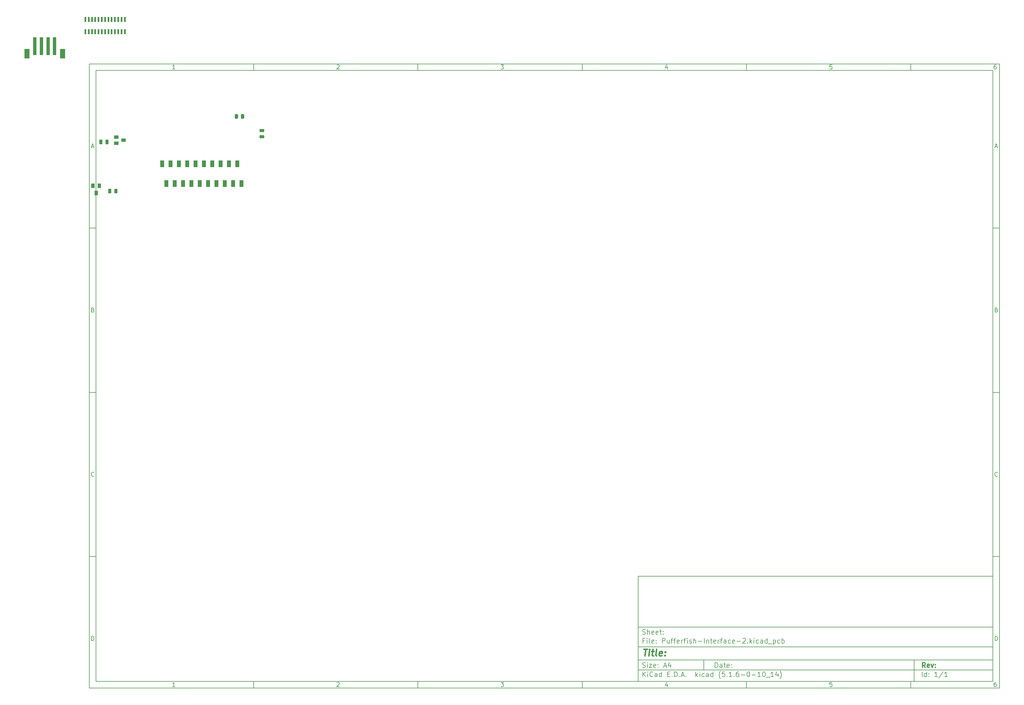
<source format=gbr>
G04 #@! TF.GenerationSoftware,KiCad,Pcbnew,(5.1.6-0-10_14)*
G04 #@! TF.CreationDate,2020-09-30T22:45:02-04:00*
G04 #@! TF.ProjectId,Pufferfish-Interface-2,50756666-6572-4666-9973-682d496e7465,rev?*
G04 #@! TF.SameCoordinates,Original*
G04 #@! TF.FileFunction,Paste,Bot*
G04 #@! TF.FilePolarity,Positive*
%FSLAX46Y46*%
G04 Gerber Fmt 4.6, Leading zero omitted, Abs format (unit mm)*
G04 Created by KiCad (PCBNEW (5.1.6-0-10_14)) date 2020-09-30 22:45:02*
%MOMM*%
%LPD*%
G01*
G04 APERTURE LIST*
%ADD10C,0.100000*%
%ADD11C,0.150000*%
%ADD12C,0.300000*%
%ADD13C,0.400000*%
%ADD14R,0.600000X1.650000*%
%ADD15R,1.193800X2.006600*%
%ADD16R,1.400000X1.000000*%
%ADD17R,1.000000X1.400000*%
%ADD18R,1.000000X5.500000*%
%ADD19R,1.600000X3.000000*%
G04 APERTURE END LIST*
D10*
D11*
X177002200Y-166007200D02*
X177002200Y-198007200D01*
X285002200Y-198007200D01*
X285002200Y-166007200D01*
X177002200Y-166007200D01*
D10*
D11*
X10000000Y-10000000D02*
X10000000Y-200007200D01*
X287002200Y-200007200D01*
X287002200Y-10000000D01*
X10000000Y-10000000D01*
D10*
D11*
X12000000Y-12000000D02*
X12000000Y-198007200D01*
X285002200Y-198007200D01*
X285002200Y-12000000D01*
X12000000Y-12000000D01*
D10*
D11*
X60000000Y-12000000D02*
X60000000Y-10000000D01*
D10*
D11*
X110000000Y-12000000D02*
X110000000Y-10000000D01*
D10*
D11*
X160000000Y-12000000D02*
X160000000Y-10000000D01*
D10*
D11*
X210000000Y-12000000D02*
X210000000Y-10000000D01*
D10*
D11*
X260000000Y-12000000D02*
X260000000Y-10000000D01*
D10*
D11*
X36065476Y-11588095D02*
X35322619Y-11588095D01*
X35694047Y-11588095D02*
X35694047Y-10288095D01*
X35570238Y-10473809D01*
X35446428Y-10597619D01*
X35322619Y-10659523D01*
D10*
D11*
X85322619Y-10411904D02*
X85384523Y-10350000D01*
X85508333Y-10288095D01*
X85817857Y-10288095D01*
X85941666Y-10350000D01*
X86003571Y-10411904D01*
X86065476Y-10535714D01*
X86065476Y-10659523D01*
X86003571Y-10845238D01*
X85260714Y-11588095D01*
X86065476Y-11588095D01*
D10*
D11*
X135260714Y-10288095D02*
X136065476Y-10288095D01*
X135632142Y-10783333D01*
X135817857Y-10783333D01*
X135941666Y-10845238D01*
X136003571Y-10907142D01*
X136065476Y-11030952D01*
X136065476Y-11340476D01*
X136003571Y-11464285D01*
X135941666Y-11526190D01*
X135817857Y-11588095D01*
X135446428Y-11588095D01*
X135322619Y-11526190D01*
X135260714Y-11464285D01*
D10*
D11*
X185941666Y-10721428D02*
X185941666Y-11588095D01*
X185632142Y-10226190D02*
X185322619Y-11154761D01*
X186127380Y-11154761D01*
D10*
D11*
X236003571Y-10288095D02*
X235384523Y-10288095D01*
X235322619Y-10907142D01*
X235384523Y-10845238D01*
X235508333Y-10783333D01*
X235817857Y-10783333D01*
X235941666Y-10845238D01*
X236003571Y-10907142D01*
X236065476Y-11030952D01*
X236065476Y-11340476D01*
X236003571Y-11464285D01*
X235941666Y-11526190D01*
X235817857Y-11588095D01*
X235508333Y-11588095D01*
X235384523Y-11526190D01*
X235322619Y-11464285D01*
D10*
D11*
X285941666Y-10288095D02*
X285694047Y-10288095D01*
X285570238Y-10350000D01*
X285508333Y-10411904D01*
X285384523Y-10597619D01*
X285322619Y-10845238D01*
X285322619Y-11340476D01*
X285384523Y-11464285D01*
X285446428Y-11526190D01*
X285570238Y-11588095D01*
X285817857Y-11588095D01*
X285941666Y-11526190D01*
X286003571Y-11464285D01*
X286065476Y-11340476D01*
X286065476Y-11030952D01*
X286003571Y-10907142D01*
X285941666Y-10845238D01*
X285817857Y-10783333D01*
X285570238Y-10783333D01*
X285446428Y-10845238D01*
X285384523Y-10907142D01*
X285322619Y-11030952D01*
D10*
D11*
X60000000Y-198007200D02*
X60000000Y-200007200D01*
D10*
D11*
X110000000Y-198007200D02*
X110000000Y-200007200D01*
D10*
D11*
X160000000Y-198007200D02*
X160000000Y-200007200D01*
D10*
D11*
X210000000Y-198007200D02*
X210000000Y-200007200D01*
D10*
D11*
X260000000Y-198007200D02*
X260000000Y-200007200D01*
D10*
D11*
X36065476Y-199595295D02*
X35322619Y-199595295D01*
X35694047Y-199595295D02*
X35694047Y-198295295D01*
X35570238Y-198481009D01*
X35446428Y-198604819D01*
X35322619Y-198666723D01*
D10*
D11*
X85322619Y-198419104D02*
X85384523Y-198357200D01*
X85508333Y-198295295D01*
X85817857Y-198295295D01*
X85941666Y-198357200D01*
X86003571Y-198419104D01*
X86065476Y-198542914D01*
X86065476Y-198666723D01*
X86003571Y-198852438D01*
X85260714Y-199595295D01*
X86065476Y-199595295D01*
D10*
D11*
X135260714Y-198295295D02*
X136065476Y-198295295D01*
X135632142Y-198790533D01*
X135817857Y-198790533D01*
X135941666Y-198852438D01*
X136003571Y-198914342D01*
X136065476Y-199038152D01*
X136065476Y-199347676D01*
X136003571Y-199471485D01*
X135941666Y-199533390D01*
X135817857Y-199595295D01*
X135446428Y-199595295D01*
X135322619Y-199533390D01*
X135260714Y-199471485D01*
D10*
D11*
X185941666Y-198728628D02*
X185941666Y-199595295D01*
X185632142Y-198233390D02*
X185322619Y-199161961D01*
X186127380Y-199161961D01*
D10*
D11*
X236003571Y-198295295D02*
X235384523Y-198295295D01*
X235322619Y-198914342D01*
X235384523Y-198852438D01*
X235508333Y-198790533D01*
X235817857Y-198790533D01*
X235941666Y-198852438D01*
X236003571Y-198914342D01*
X236065476Y-199038152D01*
X236065476Y-199347676D01*
X236003571Y-199471485D01*
X235941666Y-199533390D01*
X235817857Y-199595295D01*
X235508333Y-199595295D01*
X235384523Y-199533390D01*
X235322619Y-199471485D01*
D10*
D11*
X285941666Y-198295295D02*
X285694047Y-198295295D01*
X285570238Y-198357200D01*
X285508333Y-198419104D01*
X285384523Y-198604819D01*
X285322619Y-198852438D01*
X285322619Y-199347676D01*
X285384523Y-199471485D01*
X285446428Y-199533390D01*
X285570238Y-199595295D01*
X285817857Y-199595295D01*
X285941666Y-199533390D01*
X286003571Y-199471485D01*
X286065476Y-199347676D01*
X286065476Y-199038152D01*
X286003571Y-198914342D01*
X285941666Y-198852438D01*
X285817857Y-198790533D01*
X285570238Y-198790533D01*
X285446428Y-198852438D01*
X285384523Y-198914342D01*
X285322619Y-199038152D01*
D10*
D11*
X10000000Y-60000000D02*
X12000000Y-60000000D01*
D10*
D11*
X10000000Y-110000000D02*
X12000000Y-110000000D01*
D10*
D11*
X10000000Y-160000000D02*
X12000000Y-160000000D01*
D10*
D11*
X10690476Y-35216666D02*
X11309523Y-35216666D01*
X10566666Y-35588095D02*
X11000000Y-34288095D01*
X11433333Y-35588095D01*
D10*
D11*
X11092857Y-84907142D02*
X11278571Y-84969047D01*
X11340476Y-85030952D01*
X11402380Y-85154761D01*
X11402380Y-85340476D01*
X11340476Y-85464285D01*
X11278571Y-85526190D01*
X11154761Y-85588095D01*
X10659523Y-85588095D01*
X10659523Y-84288095D01*
X11092857Y-84288095D01*
X11216666Y-84350000D01*
X11278571Y-84411904D01*
X11340476Y-84535714D01*
X11340476Y-84659523D01*
X11278571Y-84783333D01*
X11216666Y-84845238D01*
X11092857Y-84907142D01*
X10659523Y-84907142D01*
D10*
D11*
X11402380Y-135464285D02*
X11340476Y-135526190D01*
X11154761Y-135588095D01*
X11030952Y-135588095D01*
X10845238Y-135526190D01*
X10721428Y-135402380D01*
X10659523Y-135278571D01*
X10597619Y-135030952D01*
X10597619Y-134845238D01*
X10659523Y-134597619D01*
X10721428Y-134473809D01*
X10845238Y-134350000D01*
X11030952Y-134288095D01*
X11154761Y-134288095D01*
X11340476Y-134350000D01*
X11402380Y-134411904D01*
D10*
D11*
X10659523Y-185588095D02*
X10659523Y-184288095D01*
X10969047Y-184288095D01*
X11154761Y-184350000D01*
X11278571Y-184473809D01*
X11340476Y-184597619D01*
X11402380Y-184845238D01*
X11402380Y-185030952D01*
X11340476Y-185278571D01*
X11278571Y-185402380D01*
X11154761Y-185526190D01*
X10969047Y-185588095D01*
X10659523Y-185588095D01*
D10*
D11*
X287002200Y-60000000D02*
X285002200Y-60000000D01*
D10*
D11*
X287002200Y-110000000D02*
X285002200Y-110000000D01*
D10*
D11*
X287002200Y-160000000D02*
X285002200Y-160000000D01*
D10*
D11*
X285692676Y-35216666D02*
X286311723Y-35216666D01*
X285568866Y-35588095D02*
X286002200Y-34288095D01*
X286435533Y-35588095D01*
D10*
D11*
X286095057Y-84907142D02*
X286280771Y-84969047D01*
X286342676Y-85030952D01*
X286404580Y-85154761D01*
X286404580Y-85340476D01*
X286342676Y-85464285D01*
X286280771Y-85526190D01*
X286156961Y-85588095D01*
X285661723Y-85588095D01*
X285661723Y-84288095D01*
X286095057Y-84288095D01*
X286218866Y-84350000D01*
X286280771Y-84411904D01*
X286342676Y-84535714D01*
X286342676Y-84659523D01*
X286280771Y-84783333D01*
X286218866Y-84845238D01*
X286095057Y-84907142D01*
X285661723Y-84907142D01*
D10*
D11*
X286404580Y-135464285D02*
X286342676Y-135526190D01*
X286156961Y-135588095D01*
X286033152Y-135588095D01*
X285847438Y-135526190D01*
X285723628Y-135402380D01*
X285661723Y-135278571D01*
X285599819Y-135030952D01*
X285599819Y-134845238D01*
X285661723Y-134597619D01*
X285723628Y-134473809D01*
X285847438Y-134350000D01*
X286033152Y-134288095D01*
X286156961Y-134288095D01*
X286342676Y-134350000D01*
X286404580Y-134411904D01*
D10*
D11*
X285661723Y-185588095D02*
X285661723Y-184288095D01*
X285971247Y-184288095D01*
X286156961Y-184350000D01*
X286280771Y-184473809D01*
X286342676Y-184597619D01*
X286404580Y-184845238D01*
X286404580Y-185030952D01*
X286342676Y-185278571D01*
X286280771Y-185402380D01*
X286156961Y-185526190D01*
X285971247Y-185588095D01*
X285661723Y-185588095D01*
D10*
D11*
X200434342Y-193785771D02*
X200434342Y-192285771D01*
X200791485Y-192285771D01*
X201005771Y-192357200D01*
X201148628Y-192500057D01*
X201220057Y-192642914D01*
X201291485Y-192928628D01*
X201291485Y-193142914D01*
X201220057Y-193428628D01*
X201148628Y-193571485D01*
X201005771Y-193714342D01*
X200791485Y-193785771D01*
X200434342Y-193785771D01*
X202577200Y-193785771D02*
X202577200Y-193000057D01*
X202505771Y-192857200D01*
X202362914Y-192785771D01*
X202077200Y-192785771D01*
X201934342Y-192857200D01*
X202577200Y-193714342D02*
X202434342Y-193785771D01*
X202077200Y-193785771D01*
X201934342Y-193714342D01*
X201862914Y-193571485D01*
X201862914Y-193428628D01*
X201934342Y-193285771D01*
X202077200Y-193214342D01*
X202434342Y-193214342D01*
X202577200Y-193142914D01*
X203077200Y-192785771D02*
X203648628Y-192785771D01*
X203291485Y-192285771D02*
X203291485Y-193571485D01*
X203362914Y-193714342D01*
X203505771Y-193785771D01*
X203648628Y-193785771D01*
X204720057Y-193714342D02*
X204577200Y-193785771D01*
X204291485Y-193785771D01*
X204148628Y-193714342D01*
X204077200Y-193571485D01*
X204077200Y-193000057D01*
X204148628Y-192857200D01*
X204291485Y-192785771D01*
X204577200Y-192785771D01*
X204720057Y-192857200D01*
X204791485Y-193000057D01*
X204791485Y-193142914D01*
X204077200Y-193285771D01*
X205434342Y-193642914D02*
X205505771Y-193714342D01*
X205434342Y-193785771D01*
X205362914Y-193714342D01*
X205434342Y-193642914D01*
X205434342Y-193785771D01*
X205434342Y-192857200D02*
X205505771Y-192928628D01*
X205434342Y-193000057D01*
X205362914Y-192928628D01*
X205434342Y-192857200D01*
X205434342Y-193000057D01*
D10*
D11*
X177002200Y-194507200D02*
X285002200Y-194507200D01*
D10*
D11*
X178434342Y-196585771D02*
X178434342Y-195085771D01*
X179291485Y-196585771D02*
X178648628Y-195728628D01*
X179291485Y-195085771D02*
X178434342Y-195942914D01*
X179934342Y-196585771D02*
X179934342Y-195585771D01*
X179934342Y-195085771D02*
X179862914Y-195157200D01*
X179934342Y-195228628D01*
X180005771Y-195157200D01*
X179934342Y-195085771D01*
X179934342Y-195228628D01*
X181505771Y-196442914D02*
X181434342Y-196514342D01*
X181220057Y-196585771D01*
X181077200Y-196585771D01*
X180862914Y-196514342D01*
X180720057Y-196371485D01*
X180648628Y-196228628D01*
X180577200Y-195942914D01*
X180577200Y-195728628D01*
X180648628Y-195442914D01*
X180720057Y-195300057D01*
X180862914Y-195157200D01*
X181077200Y-195085771D01*
X181220057Y-195085771D01*
X181434342Y-195157200D01*
X181505771Y-195228628D01*
X182791485Y-196585771D02*
X182791485Y-195800057D01*
X182720057Y-195657200D01*
X182577200Y-195585771D01*
X182291485Y-195585771D01*
X182148628Y-195657200D01*
X182791485Y-196514342D02*
X182648628Y-196585771D01*
X182291485Y-196585771D01*
X182148628Y-196514342D01*
X182077200Y-196371485D01*
X182077200Y-196228628D01*
X182148628Y-196085771D01*
X182291485Y-196014342D01*
X182648628Y-196014342D01*
X182791485Y-195942914D01*
X184148628Y-196585771D02*
X184148628Y-195085771D01*
X184148628Y-196514342D02*
X184005771Y-196585771D01*
X183720057Y-196585771D01*
X183577200Y-196514342D01*
X183505771Y-196442914D01*
X183434342Y-196300057D01*
X183434342Y-195871485D01*
X183505771Y-195728628D01*
X183577200Y-195657200D01*
X183720057Y-195585771D01*
X184005771Y-195585771D01*
X184148628Y-195657200D01*
X186005771Y-195800057D02*
X186505771Y-195800057D01*
X186720057Y-196585771D02*
X186005771Y-196585771D01*
X186005771Y-195085771D01*
X186720057Y-195085771D01*
X187362914Y-196442914D02*
X187434342Y-196514342D01*
X187362914Y-196585771D01*
X187291485Y-196514342D01*
X187362914Y-196442914D01*
X187362914Y-196585771D01*
X188077200Y-196585771D02*
X188077200Y-195085771D01*
X188434342Y-195085771D01*
X188648628Y-195157200D01*
X188791485Y-195300057D01*
X188862914Y-195442914D01*
X188934342Y-195728628D01*
X188934342Y-195942914D01*
X188862914Y-196228628D01*
X188791485Y-196371485D01*
X188648628Y-196514342D01*
X188434342Y-196585771D01*
X188077200Y-196585771D01*
X189577200Y-196442914D02*
X189648628Y-196514342D01*
X189577200Y-196585771D01*
X189505771Y-196514342D01*
X189577200Y-196442914D01*
X189577200Y-196585771D01*
X190220057Y-196157200D02*
X190934342Y-196157200D01*
X190077200Y-196585771D02*
X190577200Y-195085771D01*
X191077200Y-196585771D01*
X191577200Y-196442914D02*
X191648628Y-196514342D01*
X191577200Y-196585771D01*
X191505771Y-196514342D01*
X191577200Y-196442914D01*
X191577200Y-196585771D01*
X194577200Y-196585771D02*
X194577200Y-195085771D01*
X194720057Y-196014342D02*
X195148628Y-196585771D01*
X195148628Y-195585771D02*
X194577200Y-196157200D01*
X195791485Y-196585771D02*
X195791485Y-195585771D01*
X195791485Y-195085771D02*
X195720057Y-195157200D01*
X195791485Y-195228628D01*
X195862914Y-195157200D01*
X195791485Y-195085771D01*
X195791485Y-195228628D01*
X197148628Y-196514342D02*
X197005771Y-196585771D01*
X196720057Y-196585771D01*
X196577200Y-196514342D01*
X196505771Y-196442914D01*
X196434342Y-196300057D01*
X196434342Y-195871485D01*
X196505771Y-195728628D01*
X196577200Y-195657200D01*
X196720057Y-195585771D01*
X197005771Y-195585771D01*
X197148628Y-195657200D01*
X198434342Y-196585771D02*
X198434342Y-195800057D01*
X198362914Y-195657200D01*
X198220057Y-195585771D01*
X197934342Y-195585771D01*
X197791485Y-195657200D01*
X198434342Y-196514342D02*
X198291485Y-196585771D01*
X197934342Y-196585771D01*
X197791485Y-196514342D01*
X197720057Y-196371485D01*
X197720057Y-196228628D01*
X197791485Y-196085771D01*
X197934342Y-196014342D01*
X198291485Y-196014342D01*
X198434342Y-195942914D01*
X199791485Y-196585771D02*
X199791485Y-195085771D01*
X199791485Y-196514342D02*
X199648628Y-196585771D01*
X199362914Y-196585771D01*
X199220057Y-196514342D01*
X199148628Y-196442914D01*
X199077200Y-196300057D01*
X199077200Y-195871485D01*
X199148628Y-195728628D01*
X199220057Y-195657200D01*
X199362914Y-195585771D01*
X199648628Y-195585771D01*
X199791485Y-195657200D01*
X202077200Y-197157200D02*
X202005771Y-197085771D01*
X201862914Y-196871485D01*
X201791485Y-196728628D01*
X201720057Y-196514342D01*
X201648628Y-196157200D01*
X201648628Y-195871485D01*
X201720057Y-195514342D01*
X201791485Y-195300057D01*
X201862914Y-195157200D01*
X202005771Y-194942914D01*
X202077200Y-194871485D01*
X203362914Y-195085771D02*
X202648628Y-195085771D01*
X202577200Y-195800057D01*
X202648628Y-195728628D01*
X202791485Y-195657200D01*
X203148628Y-195657200D01*
X203291485Y-195728628D01*
X203362914Y-195800057D01*
X203434342Y-195942914D01*
X203434342Y-196300057D01*
X203362914Y-196442914D01*
X203291485Y-196514342D01*
X203148628Y-196585771D01*
X202791485Y-196585771D01*
X202648628Y-196514342D01*
X202577200Y-196442914D01*
X204077200Y-196442914D02*
X204148628Y-196514342D01*
X204077200Y-196585771D01*
X204005771Y-196514342D01*
X204077200Y-196442914D01*
X204077200Y-196585771D01*
X205577200Y-196585771D02*
X204720057Y-196585771D01*
X205148628Y-196585771D02*
X205148628Y-195085771D01*
X205005771Y-195300057D01*
X204862914Y-195442914D01*
X204720057Y-195514342D01*
X206220057Y-196442914D02*
X206291485Y-196514342D01*
X206220057Y-196585771D01*
X206148628Y-196514342D01*
X206220057Y-196442914D01*
X206220057Y-196585771D01*
X207577200Y-195085771D02*
X207291485Y-195085771D01*
X207148628Y-195157200D01*
X207077200Y-195228628D01*
X206934342Y-195442914D01*
X206862914Y-195728628D01*
X206862914Y-196300057D01*
X206934342Y-196442914D01*
X207005771Y-196514342D01*
X207148628Y-196585771D01*
X207434342Y-196585771D01*
X207577200Y-196514342D01*
X207648628Y-196442914D01*
X207720057Y-196300057D01*
X207720057Y-195942914D01*
X207648628Y-195800057D01*
X207577200Y-195728628D01*
X207434342Y-195657200D01*
X207148628Y-195657200D01*
X207005771Y-195728628D01*
X206934342Y-195800057D01*
X206862914Y-195942914D01*
X208362914Y-196014342D02*
X209505771Y-196014342D01*
X210505771Y-195085771D02*
X210648628Y-195085771D01*
X210791485Y-195157200D01*
X210862914Y-195228628D01*
X210934342Y-195371485D01*
X211005771Y-195657200D01*
X211005771Y-196014342D01*
X210934342Y-196300057D01*
X210862914Y-196442914D01*
X210791485Y-196514342D01*
X210648628Y-196585771D01*
X210505771Y-196585771D01*
X210362914Y-196514342D01*
X210291485Y-196442914D01*
X210220057Y-196300057D01*
X210148628Y-196014342D01*
X210148628Y-195657200D01*
X210220057Y-195371485D01*
X210291485Y-195228628D01*
X210362914Y-195157200D01*
X210505771Y-195085771D01*
X211648628Y-196014342D02*
X212791485Y-196014342D01*
X214291485Y-196585771D02*
X213434342Y-196585771D01*
X213862914Y-196585771D02*
X213862914Y-195085771D01*
X213720057Y-195300057D01*
X213577200Y-195442914D01*
X213434342Y-195514342D01*
X215220057Y-195085771D02*
X215362914Y-195085771D01*
X215505771Y-195157200D01*
X215577200Y-195228628D01*
X215648628Y-195371485D01*
X215720057Y-195657200D01*
X215720057Y-196014342D01*
X215648628Y-196300057D01*
X215577200Y-196442914D01*
X215505771Y-196514342D01*
X215362914Y-196585771D01*
X215220057Y-196585771D01*
X215077200Y-196514342D01*
X215005771Y-196442914D01*
X214934342Y-196300057D01*
X214862914Y-196014342D01*
X214862914Y-195657200D01*
X214934342Y-195371485D01*
X215005771Y-195228628D01*
X215077200Y-195157200D01*
X215220057Y-195085771D01*
X216005771Y-196728628D02*
X217148628Y-196728628D01*
X218291485Y-196585771D02*
X217434342Y-196585771D01*
X217862914Y-196585771D02*
X217862914Y-195085771D01*
X217720057Y-195300057D01*
X217577200Y-195442914D01*
X217434342Y-195514342D01*
X219577200Y-195585771D02*
X219577200Y-196585771D01*
X219220057Y-195014342D02*
X218862914Y-196085771D01*
X219791485Y-196085771D01*
X220220057Y-197157200D02*
X220291485Y-197085771D01*
X220434342Y-196871485D01*
X220505771Y-196728628D01*
X220577200Y-196514342D01*
X220648628Y-196157200D01*
X220648628Y-195871485D01*
X220577200Y-195514342D01*
X220505771Y-195300057D01*
X220434342Y-195157200D01*
X220291485Y-194942914D01*
X220220057Y-194871485D01*
D10*
D11*
X177002200Y-191507200D02*
X285002200Y-191507200D01*
D10*
D12*
X264411485Y-193785771D02*
X263911485Y-193071485D01*
X263554342Y-193785771D02*
X263554342Y-192285771D01*
X264125771Y-192285771D01*
X264268628Y-192357200D01*
X264340057Y-192428628D01*
X264411485Y-192571485D01*
X264411485Y-192785771D01*
X264340057Y-192928628D01*
X264268628Y-193000057D01*
X264125771Y-193071485D01*
X263554342Y-193071485D01*
X265625771Y-193714342D02*
X265482914Y-193785771D01*
X265197200Y-193785771D01*
X265054342Y-193714342D01*
X264982914Y-193571485D01*
X264982914Y-193000057D01*
X265054342Y-192857200D01*
X265197200Y-192785771D01*
X265482914Y-192785771D01*
X265625771Y-192857200D01*
X265697200Y-193000057D01*
X265697200Y-193142914D01*
X264982914Y-193285771D01*
X266197200Y-192785771D02*
X266554342Y-193785771D01*
X266911485Y-192785771D01*
X267482914Y-193642914D02*
X267554342Y-193714342D01*
X267482914Y-193785771D01*
X267411485Y-193714342D01*
X267482914Y-193642914D01*
X267482914Y-193785771D01*
X267482914Y-192857200D02*
X267554342Y-192928628D01*
X267482914Y-193000057D01*
X267411485Y-192928628D01*
X267482914Y-192857200D01*
X267482914Y-193000057D01*
D10*
D11*
X178362914Y-193714342D02*
X178577200Y-193785771D01*
X178934342Y-193785771D01*
X179077200Y-193714342D01*
X179148628Y-193642914D01*
X179220057Y-193500057D01*
X179220057Y-193357200D01*
X179148628Y-193214342D01*
X179077200Y-193142914D01*
X178934342Y-193071485D01*
X178648628Y-193000057D01*
X178505771Y-192928628D01*
X178434342Y-192857200D01*
X178362914Y-192714342D01*
X178362914Y-192571485D01*
X178434342Y-192428628D01*
X178505771Y-192357200D01*
X178648628Y-192285771D01*
X179005771Y-192285771D01*
X179220057Y-192357200D01*
X179862914Y-193785771D02*
X179862914Y-192785771D01*
X179862914Y-192285771D02*
X179791485Y-192357200D01*
X179862914Y-192428628D01*
X179934342Y-192357200D01*
X179862914Y-192285771D01*
X179862914Y-192428628D01*
X180434342Y-192785771D02*
X181220057Y-192785771D01*
X180434342Y-193785771D01*
X181220057Y-193785771D01*
X182362914Y-193714342D02*
X182220057Y-193785771D01*
X181934342Y-193785771D01*
X181791485Y-193714342D01*
X181720057Y-193571485D01*
X181720057Y-193000057D01*
X181791485Y-192857200D01*
X181934342Y-192785771D01*
X182220057Y-192785771D01*
X182362914Y-192857200D01*
X182434342Y-193000057D01*
X182434342Y-193142914D01*
X181720057Y-193285771D01*
X183077200Y-193642914D02*
X183148628Y-193714342D01*
X183077200Y-193785771D01*
X183005771Y-193714342D01*
X183077200Y-193642914D01*
X183077200Y-193785771D01*
X183077200Y-192857200D02*
X183148628Y-192928628D01*
X183077200Y-193000057D01*
X183005771Y-192928628D01*
X183077200Y-192857200D01*
X183077200Y-193000057D01*
X184862914Y-193357200D02*
X185577200Y-193357200D01*
X184720057Y-193785771D02*
X185220057Y-192285771D01*
X185720057Y-193785771D01*
X186862914Y-192785771D02*
X186862914Y-193785771D01*
X186505771Y-192214342D02*
X186148628Y-193285771D01*
X187077200Y-193285771D01*
D10*
D11*
X263434342Y-196585771D02*
X263434342Y-195085771D01*
X264791485Y-196585771D02*
X264791485Y-195085771D01*
X264791485Y-196514342D02*
X264648628Y-196585771D01*
X264362914Y-196585771D01*
X264220057Y-196514342D01*
X264148628Y-196442914D01*
X264077200Y-196300057D01*
X264077200Y-195871485D01*
X264148628Y-195728628D01*
X264220057Y-195657200D01*
X264362914Y-195585771D01*
X264648628Y-195585771D01*
X264791485Y-195657200D01*
X265505771Y-196442914D02*
X265577200Y-196514342D01*
X265505771Y-196585771D01*
X265434342Y-196514342D01*
X265505771Y-196442914D01*
X265505771Y-196585771D01*
X265505771Y-195657200D02*
X265577200Y-195728628D01*
X265505771Y-195800057D01*
X265434342Y-195728628D01*
X265505771Y-195657200D01*
X265505771Y-195800057D01*
X268148628Y-196585771D02*
X267291485Y-196585771D01*
X267720057Y-196585771D02*
X267720057Y-195085771D01*
X267577200Y-195300057D01*
X267434342Y-195442914D01*
X267291485Y-195514342D01*
X269862914Y-195014342D02*
X268577200Y-196942914D01*
X271148628Y-196585771D02*
X270291485Y-196585771D01*
X270720057Y-196585771D02*
X270720057Y-195085771D01*
X270577200Y-195300057D01*
X270434342Y-195442914D01*
X270291485Y-195514342D01*
D10*
D11*
X177002200Y-187507200D02*
X285002200Y-187507200D01*
D10*
D13*
X178714580Y-188211961D02*
X179857438Y-188211961D01*
X179036009Y-190211961D02*
X179286009Y-188211961D01*
X180274104Y-190211961D02*
X180440771Y-188878628D01*
X180524104Y-188211961D02*
X180416961Y-188307200D01*
X180500295Y-188402438D01*
X180607438Y-188307200D01*
X180524104Y-188211961D01*
X180500295Y-188402438D01*
X181107438Y-188878628D02*
X181869342Y-188878628D01*
X181476485Y-188211961D02*
X181262200Y-189926247D01*
X181333628Y-190116723D01*
X181512200Y-190211961D01*
X181702676Y-190211961D01*
X182655057Y-190211961D02*
X182476485Y-190116723D01*
X182405057Y-189926247D01*
X182619342Y-188211961D01*
X184190771Y-190116723D02*
X183988390Y-190211961D01*
X183607438Y-190211961D01*
X183428866Y-190116723D01*
X183357438Y-189926247D01*
X183452676Y-189164342D01*
X183571723Y-188973866D01*
X183774104Y-188878628D01*
X184155057Y-188878628D01*
X184333628Y-188973866D01*
X184405057Y-189164342D01*
X184381247Y-189354819D01*
X183405057Y-189545295D01*
X185155057Y-190021485D02*
X185238390Y-190116723D01*
X185131247Y-190211961D01*
X185047914Y-190116723D01*
X185155057Y-190021485D01*
X185131247Y-190211961D01*
X185286009Y-188973866D02*
X185369342Y-189069104D01*
X185262200Y-189164342D01*
X185178866Y-189069104D01*
X185286009Y-188973866D01*
X185262200Y-189164342D01*
D10*
D11*
X178934342Y-185600057D02*
X178434342Y-185600057D01*
X178434342Y-186385771D02*
X178434342Y-184885771D01*
X179148628Y-184885771D01*
X179720057Y-186385771D02*
X179720057Y-185385771D01*
X179720057Y-184885771D02*
X179648628Y-184957200D01*
X179720057Y-185028628D01*
X179791485Y-184957200D01*
X179720057Y-184885771D01*
X179720057Y-185028628D01*
X180648628Y-186385771D02*
X180505771Y-186314342D01*
X180434342Y-186171485D01*
X180434342Y-184885771D01*
X181791485Y-186314342D02*
X181648628Y-186385771D01*
X181362914Y-186385771D01*
X181220057Y-186314342D01*
X181148628Y-186171485D01*
X181148628Y-185600057D01*
X181220057Y-185457200D01*
X181362914Y-185385771D01*
X181648628Y-185385771D01*
X181791485Y-185457200D01*
X181862914Y-185600057D01*
X181862914Y-185742914D01*
X181148628Y-185885771D01*
X182505771Y-186242914D02*
X182577200Y-186314342D01*
X182505771Y-186385771D01*
X182434342Y-186314342D01*
X182505771Y-186242914D01*
X182505771Y-186385771D01*
X182505771Y-185457200D02*
X182577200Y-185528628D01*
X182505771Y-185600057D01*
X182434342Y-185528628D01*
X182505771Y-185457200D01*
X182505771Y-185600057D01*
X184362914Y-186385771D02*
X184362914Y-184885771D01*
X184934342Y-184885771D01*
X185077200Y-184957200D01*
X185148628Y-185028628D01*
X185220057Y-185171485D01*
X185220057Y-185385771D01*
X185148628Y-185528628D01*
X185077200Y-185600057D01*
X184934342Y-185671485D01*
X184362914Y-185671485D01*
X186505771Y-185385771D02*
X186505771Y-186385771D01*
X185862914Y-185385771D02*
X185862914Y-186171485D01*
X185934342Y-186314342D01*
X186077200Y-186385771D01*
X186291485Y-186385771D01*
X186434342Y-186314342D01*
X186505771Y-186242914D01*
X187005771Y-185385771D02*
X187577200Y-185385771D01*
X187220057Y-186385771D02*
X187220057Y-185100057D01*
X187291485Y-184957200D01*
X187434342Y-184885771D01*
X187577200Y-184885771D01*
X187862914Y-185385771D02*
X188434342Y-185385771D01*
X188077200Y-186385771D02*
X188077200Y-185100057D01*
X188148628Y-184957200D01*
X188291485Y-184885771D01*
X188434342Y-184885771D01*
X189505771Y-186314342D02*
X189362914Y-186385771D01*
X189077200Y-186385771D01*
X188934342Y-186314342D01*
X188862914Y-186171485D01*
X188862914Y-185600057D01*
X188934342Y-185457200D01*
X189077200Y-185385771D01*
X189362914Y-185385771D01*
X189505771Y-185457200D01*
X189577200Y-185600057D01*
X189577200Y-185742914D01*
X188862914Y-185885771D01*
X190220057Y-186385771D02*
X190220057Y-185385771D01*
X190220057Y-185671485D02*
X190291485Y-185528628D01*
X190362914Y-185457200D01*
X190505771Y-185385771D01*
X190648628Y-185385771D01*
X190934342Y-185385771D02*
X191505771Y-185385771D01*
X191148628Y-186385771D02*
X191148628Y-185100057D01*
X191220057Y-184957200D01*
X191362914Y-184885771D01*
X191505771Y-184885771D01*
X192005771Y-186385771D02*
X192005771Y-185385771D01*
X192005771Y-184885771D02*
X191934342Y-184957200D01*
X192005771Y-185028628D01*
X192077200Y-184957200D01*
X192005771Y-184885771D01*
X192005771Y-185028628D01*
X192648628Y-186314342D02*
X192791485Y-186385771D01*
X193077200Y-186385771D01*
X193220057Y-186314342D01*
X193291485Y-186171485D01*
X193291485Y-186100057D01*
X193220057Y-185957200D01*
X193077200Y-185885771D01*
X192862914Y-185885771D01*
X192720057Y-185814342D01*
X192648628Y-185671485D01*
X192648628Y-185600057D01*
X192720057Y-185457200D01*
X192862914Y-185385771D01*
X193077200Y-185385771D01*
X193220057Y-185457200D01*
X193934342Y-186385771D02*
X193934342Y-184885771D01*
X194577200Y-186385771D02*
X194577200Y-185600057D01*
X194505771Y-185457200D01*
X194362914Y-185385771D01*
X194148628Y-185385771D01*
X194005771Y-185457200D01*
X193934342Y-185528628D01*
X195291485Y-185814342D02*
X196434342Y-185814342D01*
X197148628Y-186385771D02*
X197148628Y-184885771D01*
X197862914Y-185385771D02*
X197862914Y-186385771D01*
X197862914Y-185528628D02*
X197934342Y-185457200D01*
X198077200Y-185385771D01*
X198291485Y-185385771D01*
X198434342Y-185457200D01*
X198505771Y-185600057D01*
X198505771Y-186385771D01*
X199005771Y-185385771D02*
X199577200Y-185385771D01*
X199220057Y-184885771D02*
X199220057Y-186171485D01*
X199291485Y-186314342D01*
X199434342Y-186385771D01*
X199577200Y-186385771D01*
X200648628Y-186314342D02*
X200505771Y-186385771D01*
X200220057Y-186385771D01*
X200077200Y-186314342D01*
X200005771Y-186171485D01*
X200005771Y-185600057D01*
X200077200Y-185457200D01*
X200220057Y-185385771D01*
X200505771Y-185385771D01*
X200648628Y-185457200D01*
X200720057Y-185600057D01*
X200720057Y-185742914D01*
X200005771Y-185885771D01*
X201362914Y-186385771D02*
X201362914Y-185385771D01*
X201362914Y-185671485D02*
X201434342Y-185528628D01*
X201505771Y-185457200D01*
X201648628Y-185385771D01*
X201791485Y-185385771D01*
X202077200Y-185385771D02*
X202648628Y-185385771D01*
X202291485Y-186385771D02*
X202291485Y-185100057D01*
X202362914Y-184957200D01*
X202505771Y-184885771D01*
X202648628Y-184885771D01*
X203791485Y-186385771D02*
X203791485Y-185600057D01*
X203720057Y-185457200D01*
X203577200Y-185385771D01*
X203291485Y-185385771D01*
X203148628Y-185457200D01*
X203791485Y-186314342D02*
X203648628Y-186385771D01*
X203291485Y-186385771D01*
X203148628Y-186314342D01*
X203077200Y-186171485D01*
X203077200Y-186028628D01*
X203148628Y-185885771D01*
X203291485Y-185814342D01*
X203648628Y-185814342D01*
X203791485Y-185742914D01*
X205148628Y-186314342D02*
X205005771Y-186385771D01*
X204720057Y-186385771D01*
X204577200Y-186314342D01*
X204505771Y-186242914D01*
X204434342Y-186100057D01*
X204434342Y-185671485D01*
X204505771Y-185528628D01*
X204577200Y-185457200D01*
X204720057Y-185385771D01*
X205005771Y-185385771D01*
X205148628Y-185457200D01*
X206362914Y-186314342D02*
X206220057Y-186385771D01*
X205934342Y-186385771D01*
X205791485Y-186314342D01*
X205720057Y-186171485D01*
X205720057Y-185600057D01*
X205791485Y-185457200D01*
X205934342Y-185385771D01*
X206220057Y-185385771D01*
X206362914Y-185457200D01*
X206434342Y-185600057D01*
X206434342Y-185742914D01*
X205720057Y-185885771D01*
X207077200Y-185814342D02*
X208220057Y-185814342D01*
X208862914Y-185028628D02*
X208934342Y-184957200D01*
X209077200Y-184885771D01*
X209434342Y-184885771D01*
X209577200Y-184957200D01*
X209648628Y-185028628D01*
X209720057Y-185171485D01*
X209720057Y-185314342D01*
X209648628Y-185528628D01*
X208791485Y-186385771D01*
X209720057Y-186385771D01*
X210362914Y-186242914D02*
X210434342Y-186314342D01*
X210362914Y-186385771D01*
X210291485Y-186314342D01*
X210362914Y-186242914D01*
X210362914Y-186385771D01*
X211077200Y-186385771D02*
X211077200Y-184885771D01*
X211220057Y-185814342D02*
X211648628Y-186385771D01*
X211648628Y-185385771D02*
X211077200Y-185957200D01*
X212291485Y-186385771D02*
X212291485Y-185385771D01*
X212291485Y-184885771D02*
X212220057Y-184957200D01*
X212291485Y-185028628D01*
X212362914Y-184957200D01*
X212291485Y-184885771D01*
X212291485Y-185028628D01*
X213648628Y-186314342D02*
X213505771Y-186385771D01*
X213220057Y-186385771D01*
X213077200Y-186314342D01*
X213005771Y-186242914D01*
X212934342Y-186100057D01*
X212934342Y-185671485D01*
X213005771Y-185528628D01*
X213077200Y-185457200D01*
X213220057Y-185385771D01*
X213505771Y-185385771D01*
X213648628Y-185457200D01*
X214934342Y-186385771D02*
X214934342Y-185600057D01*
X214862914Y-185457200D01*
X214720057Y-185385771D01*
X214434342Y-185385771D01*
X214291485Y-185457200D01*
X214934342Y-186314342D02*
X214791485Y-186385771D01*
X214434342Y-186385771D01*
X214291485Y-186314342D01*
X214220057Y-186171485D01*
X214220057Y-186028628D01*
X214291485Y-185885771D01*
X214434342Y-185814342D01*
X214791485Y-185814342D01*
X214934342Y-185742914D01*
X216291485Y-186385771D02*
X216291485Y-184885771D01*
X216291485Y-186314342D02*
X216148628Y-186385771D01*
X215862914Y-186385771D01*
X215720057Y-186314342D01*
X215648628Y-186242914D01*
X215577200Y-186100057D01*
X215577200Y-185671485D01*
X215648628Y-185528628D01*
X215720057Y-185457200D01*
X215862914Y-185385771D01*
X216148628Y-185385771D01*
X216291485Y-185457200D01*
X216648628Y-186528628D02*
X217791485Y-186528628D01*
X218148628Y-185385771D02*
X218148628Y-186885771D01*
X218148628Y-185457200D02*
X218291485Y-185385771D01*
X218577200Y-185385771D01*
X218720057Y-185457200D01*
X218791485Y-185528628D01*
X218862914Y-185671485D01*
X218862914Y-186100057D01*
X218791485Y-186242914D01*
X218720057Y-186314342D01*
X218577200Y-186385771D01*
X218291485Y-186385771D01*
X218148628Y-186314342D01*
X220148628Y-186314342D02*
X220005771Y-186385771D01*
X219720057Y-186385771D01*
X219577200Y-186314342D01*
X219505771Y-186242914D01*
X219434342Y-186100057D01*
X219434342Y-185671485D01*
X219505771Y-185528628D01*
X219577200Y-185457200D01*
X219720057Y-185385771D01*
X220005771Y-185385771D01*
X220148628Y-185457200D01*
X220791485Y-186385771D02*
X220791485Y-184885771D01*
X220791485Y-185457200D02*
X220934342Y-185385771D01*
X221220057Y-185385771D01*
X221362914Y-185457200D01*
X221434342Y-185528628D01*
X221505771Y-185671485D01*
X221505771Y-186100057D01*
X221434342Y-186242914D01*
X221362914Y-186314342D01*
X221220057Y-186385771D01*
X220934342Y-186385771D01*
X220791485Y-186314342D01*
D10*
D11*
X177002200Y-181507200D02*
X285002200Y-181507200D01*
D10*
D11*
X178362914Y-183614342D02*
X178577200Y-183685771D01*
X178934342Y-183685771D01*
X179077200Y-183614342D01*
X179148628Y-183542914D01*
X179220057Y-183400057D01*
X179220057Y-183257200D01*
X179148628Y-183114342D01*
X179077200Y-183042914D01*
X178934342Y-182971485D01*
X178648628Y-182900057D01*
X178505771Y-182828628D01*
X178434342Y-182757200D01*
X178362914Y-182614342D01*
X178362914Y-182471485D01*
X178434342Y-182328628D01*
X178505771Y-182257200D01*
X178648628Y-182185771D01*
X179005771Y-182185771D01*
X179220057Y-182257200D01*
X179862914Y-183685771D02*
X179862914Y-182185771D01*
X180505771Y-183685771D02*
X180505771Y-182900057D01*
X180434342Y-182757200D01*
X180291485Y-182685771D01*
X180077200Y-182685771D01*
X179934342Y-182757200D01*
X179862914Y-182828628D01*
X181791485Y-183614342D02*
X181648628Y-183685771D01*
X181362914Y-183685771D01*
X181220057Y-183614342D01*
X181148628Y-183471485D01*
X181148628Y-182900057D01*
X181220057Y-182757200D01*
X181362914Y-182685771D01*
X181648628Y-182685771D01*
X181791485Y-182757200D01*
X181862914Y-182900057D01*
X181862914Y-183042914D01*
X181148628Y-183185771D01*
X183077200Y-183614342D02*
X182934342Y-183685771D01*
X182648628Y-183685771D01*
X182505771Y-183614342D01*
X182434342Y-183471485D01*
X182434342Y-182900057D01*
X182505771Y-182757200D01*
X182648628Y-182685771D01*
X182934342Y-182685771D01*
X183077200Y-182757200D01*
X183148628Y-182900057D01*
X183148628Y-183042914D01*
X182434342Y-183185771D01*
X183577200Y-182685771D02*
X184148628Y-182685771D01*
X183791485Y-182185771D02*
X183791485Y-183471485D01*
X183862914Y-183614342D01*
X184005771Y-183685771D01*
X184148628Y-183685771D01*
X184648628Y-183542914D02*
X184720057Y-183614342D01*
X184648628Y-183685771D01*
X184577200Y-183614342D01*
X184648628Y-183542914D01*
X184648628Y-183685771D01*
X184648628Y-182757200D02*
X184720057Y-182828628D01*
X184648628Y-182900057D01*
X184577200Y-182828628D01*
X184648628Y-182757200D01*
X184648628Y-182900057D01*
D10*
D11*
X197002200Y-191507200D02*
X197002200Y-194507200D01*
D10*
D11*
X261002200Y-191507200D02*
X261002200Y-198007200D01*
D14*
X8795000Y-209640D03*
X14795000Y-209640D03*
X10795000Y-209640D03*
X18795000Y-209640D03*
X16795000Y-209640D03*
X12795000Y-209640D03*
X11795000Y-209640D03*
X19795000Y-209640D03*
X20795000Y-209640D03*
X13795000Y-209640D03*
X17795000Y-209640D03*
X15795000Y-209640D03*
X9795000Y-209640D03*
X8795000Y3515360D03*
X9795000Y3515360D03*
X13795000Y3515360D03*
X11795000Y3515360D03*
X12795000Y3515360D03*
X10795000Y3515360D03*
X20795000Y3515360D03*
X19795000Y3515360D03*
X18795000Y3515360D03*
X17795000Y3515360D03*
X16795000Y3515360D03*
X15795000Y3515360D03*
X14795000Y3515360D03*
D15*
X56276240Y-46408340D03*
X55006240Y-40413940D03*
X53736240Y-46408340D03*
X52466240Y-40413940D03*
X51196240Y-46408340D03*
X49926240Y-40413940D03*
X48656240Y-46408340D03*
X47386240Y-40413940D03*
X46116240Y-46408340D03*
X44846240Y-40413940D03*
X43576240Y-46408340D03*
X42306240Y-40413940D03*
X41036240Y-46408340D03*
X39766240Y-40413940D03*
X38496240Y-46408340D03*
X37226240Y-40413940D03*
X35956240Y-46408340D03*
X34686240Y-40413940D03*
X33416240Y-46408340D03*
X32146240Y-40413940D03*
G36*
G01*
X62043750Y-31700000D02*
X62956250Y-31700000D01*
G75*
G02*
X63200000Y-31943750I0J-243750D01*
G01*
X63200000Y-32431250D01*
G75*
G02*
X62956250Y-32675000I-243750J0D01*
G01*
X62043750Y-32675000D01*
G75*
G02*
X61800000Y-32431250I0J243750D01*
G01*
X61800000Y-31943750D01*
G75*
G02*
X62043750Y-31700000I243750J0D01*
G01*
G37*
G36*
G01*
X62043750Y-29825000D02*
X62956250Y-29825000D01*
G75*
G02*
X63200000Y-30068750I0J-243750D01*
G01*
X63200000Y-30556250D01*
G75*
G02*
X62956250Y-30800000I-243750J0D01*
G01*
X62043750Y-30800000D01*
G75*
G02*
X61800000Y-30556250I0J243750D01*
G01*
X61800000Y-30068750D01*
G75*
G02*
X62043750Y-29825000I243750J0D01*
G01*
G37*
G36*
G01*
X56137500Y-26456250D02*
X56137500Y-25543750D01*
G75*
G02*
X56381250Y-25300000I243750J0D01*
G01*
X56868750Y-25300000D01*
G75*
G02*
X57112500Y-25543750I0J-243750D01*
G01*
X57112500Y-26456250D01*
G75*
G02*
X56868750Y-26700000I-243750J0D01*
G01*
X56381250Y-26700000D01*
G75*
G02*
X56137500Y-26456250I0J243750D01*
G01*
G37*
G36*
G01*
X54262500Y-26456250D02*
X54262500Y-25543750D01*
G75*
G02*
X54506250Y-25300000I243750J0D01*
G01*
X54993750Y-25300000D01*
G75*
G02*
X55237500Y-25543750I0J-243750D01*
G01*
X55237500Y-26456250D01*
G75*
G02*
X54993750Y-26700000I-243750J0D01*
G01*
X54506250Y-26700000D01*
G75*
G02*
X54262500Y-26456250I0J243750D01*
G01*
G37*
D16*
X20376060Y-33258760D03*
X18176060Y-32308760D03*
X18176060Y-34208760D03*
D17*
X12070120Y-49355100D03*
X13020120Y-47155100D03*
X11120120Y-47155100D03*
G36*
G01*
X13987600Y-33307970D02*
X13987600Y-34220470D01*
G75*
G02*
X13743850Y-34464220I-243750J0D01*
G01*
X13256350Y-34464220D01*
G75*
G02*
X13012600Y-34220470I0J243750D01*
G01*
X13012600Y-33307970D01*
G75*
G02*
X13256350Y-33064220I243750J0D01*
G01*
X13743850Y-33064220D01*
G75*
G02*
X13987600Y-33307970I0J-243750D01*
G01*
G37*
G36*
G01*
X15862600Y-33307970D02*
X15862600Y-34220470D01*
G75*
G02*
X15618850Y-34464220I-243750J0D01*
G01*
X15131350Y-34464220D01*
G75*
G02*
X14887600Y-34220470I0J243750D01*
G01*
X14887600Y-33307970D01*
G75*
G02*
X15131350Y-33064220I243750J0D01*
G01*
X15618850Y-33064220D01*
G75*
G02*
X15862600Y-33307970I0J-243750D01*
G01*
G37*
G36*
G01*
X17574680Y-49191230D02*
X17574680Y-48278730D01*
G75*
G02*
X17818430Y-48034980I243750J0D01*
G01*
X18305930Y-48034980D01*
G75*
G02*
X18549680Y-48278730I0J-243750D01*
G01*
X18549680Y-49191230D01*
G75*
G02*
X18305930Y-49434980I-243750J0D01*
G01*
X17818430Y-49434980D01*
G75*
G02*
X17574680Y-49191230I0J243750D01*
G01*
G37*
G36*
G01*
X15699680Y-49191230D02*
X15699680Y-48278730D01*
G75*
G02*
X15943430Y-48034980I243750J0D01*
G01*
X16430930Y-48034980D01*
G75*
G02*
X16674680Y-48278730I0J-243750D01*
G01*
X16674680Y-49191230D01*
G75*
G02*
X16430930Y-49434980I-243750J0D01*
G01*
X15943430Y-49434980D01*
G75*
G02*
X15699680Y-49191230I0J243750D01*
G01*
G37*
D18*
X-4573780Y-4645660D03*
X-2573780Y-4645660D03*
X-6573780Y-4645660D03*
X-573780Y-4645660D03*
D19*
X-8973780Y-6895660D03*
X1826220Y-6895660D03*
M02*

</source>
